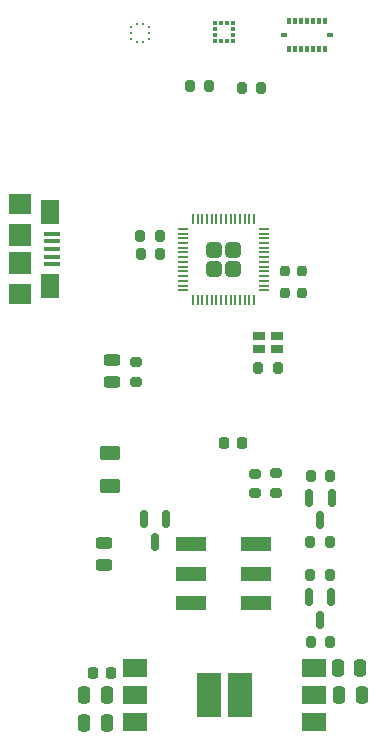
<source format=gbr>
%TF.GenerationSoftware,KiCad,Pcbnew,7.0.5*%
%TF.CreationDate,2023-08-27T23:52:23-07:00*%
%TF.ProjectId,Lyra V2,4c797261-2056-4322-9e6b-696361645f70,rev?*%
%TF.SameCoordinates,Original*%
%TF.FileFunction,Paste,Top*%
%TF.FilePolarity,Positive*%
%FSLAX46Y46*%
G04 Gerber Fmt 4.6, Leading zero omitted, Abs format (unit mm)*
G04 Created by KiCad (PCBNEW 7.0.5) date 2023-08-27 23:52:23*
%MOMM*%
%LPD*%
G01*
G04 APERTURE LIST*
G04 Aperture macros list*
%AMRoundRect*
0 Rectangle with rounded corners*
0 $1 Rounding radius*
0 $2 $3 $4 $5 $6 $7 $8 $9 X,Y pos of 4 corners*
0 Add a 4 corners polygon primitive as box body*
4,1,4,$2,$3,$4,$5,$6,$7,$8,$9,$2,$3,0*
0 Add four circle primitives for the rounded corners*
1,1,$1+$1,$2,$3*
1,1,$1+$1,$4,$5*
1,1,$1+$1,$6,$7*
1,1,$1+$1,$8,$9*
0 Add four rect primitives between the rounded corners*
20,1,$1+$1,$2,$3,$4,$5,0*
20,1,$1+$1,$4,$5,$6,$7,0*
20,1,$1+$1,$6,$7,$8,$9,0*
20,1,$1+$1,$8,$9,$2,$3,0*%
G04 Aperture macros list end*
%ADD10RoundRect,0.050000X0.387500X-0.050000X0.387500X0.050000X-0.387500X0.050000X-0.387500X-0.050000X0*%
%ADD11RoundRect,0.050000X0.050000X-0.387500X0.050000X0.387500X-0.050000X0.387500X-0.050000X-0.387500X0*%
%ADD12RoundRect,0.249999X0.395001X-0.395001X0.395001X0.395001X-0.395001X0.395001X-0.395001X-0.395001X0*%
%ADD13RoundRect,0.200000X0.200000X0.275000X-0.200000X0.275000X-0.200000X-0.275000X0.200000X-0.275000X0*%
%ADD14RoundRect,0.243750X0.456250X-0.243750X0.456250X0.243750X-0.456250X0.243750X-0.456250X-0.243750X0*%
%ADD15R,0.250000X0.275000*%
%ADD16R,0.275000X0.250000*%
%ADD17RoundRect,0.150000X-0.150000X0.587500X-0.150000X-0.587500X0.150000X-0.587500X0.150000X0.587500X0*%
%ADD18RoundRect,0.225000X0.225000X0.250000X-0.225000X0.250000X-0.225000X-0.250000X0.225000X-0.250000X0*%
%ADD19R,2.000000X1.500000*%
%ADD20R,2.000000X3.800000*%
%ADD21R,0.375000X0.350000*%
%ADD22R,0.350000X0.375000*%
%ADD23RoundRect,0.243750X-0.456250X0.243750X-0.456250X-0.243750X0.456250X-0.243750X0.456250X0.243750X0*%
%ADD24RoundRect,0.200000X-0.200000X-0.275000X0.200000X-0.275000X0.200000X0.275000X-0.200000X0.275000X0*%
%ADD25RoundRect,0.250000X-0.250000X-0.475000X0.250000X-0.475000X0.250000X0.475000X-0.250000X0.475000X0*%
%ADD26R,2.500000X1.200000*%
%ADD27RoundRect,0.200000X0.275000X-0.200000X0.275000X0.200000X-0.275000X0.200000X-0.275000X-0.200000X0*%
%ADD28RoundRect,0.200000X0.200000X0.250000X-0.200000X0.250000X-0.200000X-0.250000X0.200000X-0.250000X0*%
%ADD29R,0.350000X0.590000*%
%ADD30R,0.590000X0.350000*%
%ADD31RoundRect,0.250000X0.250000X0.475000X-0.250000X0.475000X-0.250000X-0.475000X0.250000X-0.475000X0*%
%ADD32R,1.000000X0.800000*%
%ADD33R,1.900000X1.800000*%
%ADD34R,1.900000X1.900000*%
%ADD35R,1.600000X2.100000*%
%ADD36R,1.350000X0.400000*%
%ADD37RoundRect,0.250000X0.625000X-0.375000X0.625000X0.375000X-0.625000X0.375000X-0.625000X-0.375000X0*%
%ADD38RoundRect,0.200000X-0.275000X0.200000X-0.275000X-0.200000X0.275000X-0.200000X0.275000X0.200000X0*%
G04 APERTURE END LIST*
D10*
%TO.C,U6*%
X116484400Y-98697600D03*
X116484400Y-98297600D03*
X116484400Y-97897600D03*
X116484400Y-97497600D03*
X116484400Y-97097600D03*
X116484400Y-96697600D03*
X116484400Y-96297600D03*
X116484400Y-95897600D03*
X116484400Y-95497600D03*
X116484400Y-95097600D03*
X116484400Y-94697600D03*
X116484400Y-94297600D03*
X116484400Y-93897600D03*
X116484400Y-93497600D03*
D11*
X117321900Y-92660100D03*
X117721900Y-92660100D03*
X118121900Y-92660100D03*
X118521900Y-92660100D03*
X118921900Y-92660100D03*
X119321900Y-92660100D03*
X119721900Y-92660100D03*
X120121900Y-92660100D03*
X120521900Y-92660100D03*
X120921900Y-92660100D03*
X121321900Y-92660100D03*
X121721900Y-92660100D03*
X122121900Y-92660100D03*
X122521900Y-92660100D03*
D10*
X123359400Y-93497600D03*
X123359400Y-93897600D03*
X123359400Y-94297600D03*
X123359400Y-94697600D03*
X123359400Y-95097600D03*
X123359400Y-95497600D03*
X123359400Y-95897600D03*
X123359400Y-96297600D03*
X123359400Y-96697600D03*
X123359400Y-97097600D03*
X123359400Y-97497600D03*
X123359400Y-97897600D03*
X123359400Y-98297600D03*
X123359400Y-98697600D03*
D11*
X122521900Y-99535100D03*
X122121900Y-99535100D03*
X121721900Y-99535100D03*
X121321900Y-99535100D03*
X120921900Y-99535100D03*
X120521900Y-99535100D03*
X120121900Y-99535100D03*
X119721900Y-99535100D03*
X119321900Y-99535100D03*
X118921900Y-99535100D03*
X118521900Y-99535100D03*
X118121900Y-99535100D03*
X117721900Y-99535100D03*
X117321900Y-99535100D03*
D12*
X120721900Y-95297600D03*
X119121900Y-95297600D03*
X120721900Y-96897600D03*
X119121900Y-96897600D03*
%TD*%
D13*
%TO.C,R12*%
X124523000Y-105308400D03*
X122873000Y-105308400D03*
%TD*%
D14*
%TO.C,D1*%
X109825000Y-121987500D03*
X109825000Y-120112500D03*
%TD*%
D15*
%TO.C,U4*%
X113137500Y-76137500D03*
X112637500Y-76137500D03*
D16*
X112125000Y-76400000D03*
X112125000Y-76900000D03*
X112125000Y-77400000D03*
D15*
X112637500Y-77662500D03*
X113137500Y-77662500D03*
D16*
X113650000Y-77400000D03*
X113650000Y-76900000D03*
X113650000Y-76400000D03*
%TD*%
D17*
%TO.C,Q3*%
X129050000Y-124700000D03*
X127150000Y-124700000D03*
X128100000Y-126575000D03*
%TD*%
D18*
%TO.C,C14*%
X121475800Y-111633000D03*
X119925800Y-111633000D03*
%TD*%
D19*
%TO.C,U1*%
X112400000Y-130650000D03*
X112400000Y-132950000D03*
D20*
X118700000Y-132950000D03*
D19*
X112400000Y-135250000D03*
%TD*%
D21*
%TO.C,U3*%
X119225000Y-76100000D03*
X119225000Y-76600000D03*
X119225000Y-77100000D03*
X119225000Y-77600000D03*
D22*
X119737500Y-77612500D03*
X120237500Y-77612500D03*
D21*
X120750000Y-77600000D03*
X120750000Y-77100000D03*
X120750000Y-76600000D03*
X120750000Y-76100000D03*
D22*
X120237500Y-76087500D03*
X119737500Y-76087500D03*
%TD*%
D23*
%TO.C,D2*%
X110439200Y-104624900D03*
X110439200Y-106499900D03*
%TD*%
D24*
%TO.C,R2*%
X127300000Y-114400000D03*
X128950000Y-114400000D03*
%TD*%
D25*
%TO.C,C4*%
X129600000Y-130650000D03*
X131500000Y-130650000D03*
%TD*%
D13*
%TO.C,R4*%
X128900000Y-119975000D03*
X127250000Y-119975000D03*
%TD*%
D26*
%TO.C,SW1*%
X122650000Y-125200000D03*
X122650000Y-122700000D03*
X122650000Y-120200000D03*
X117150000Y-120200000D03*
X117150000Y-122700000D03*
X117150000Y-125200000D03*
%TD*%
D27*
%TO.C,R10*%
X124325000Y-115850000D03*
X124325000Y-114200000D03*
%TD*%
D24*
%TO.C,R3*%
X127250000Y-122800000D03*
X128900000Y-122800000D03*
%TD*%
D28*
%TO.C,X1*%
X126568200Y-98903400D03*
X126568200Y-97053400D03*
X125118200Y-97053400D03*
X125118200Y-98903400D03*
%TD*%
D17*
%TO.C,Q1*%
X115075000Y-118100000D03*
X113175000Y-118100000D03*
X114125000Y-119975000D03*
%TD*%
D13*
%TO.C,R18*%
X123100600Y-81534000D03*
X121450600Y-81534000D03*
%TD*%
D19*
%TO.C,U2*%
X127600000Y-135250000D03*
X127600000Y-132950000D03*
D20*
X121300000Y-132950000D03*
D19*
X127600000Y-130650000D03*
%TD*%
D25*
%TO.C,C8*%
X129725000Y-132975000D03*
X131625000Y-132975000D03*
%TD*%
D29*
%TO.C,U7*%
X128500000Y-78265000D03*
X128000000Y-78265000D03*
X127500000Y-78265000D03*
X127000000Y-78265000D03*
X126500000Y-78265000D03*
X126000000Y-78265000D03*
X125500000Y-78265000D03*
D30*
X125085000Y-77100000D03*
D29*
X125500000Y-75935000D03*
X126000000Y-75935000D03*
X126500000Y-75935000D03*
X127000000Y-75935000D03*
X127500000Y-75935000D03*
X128000000Y-75935000D03*
X128500000Y-75935000D03*
D30*
X128915000Y-77100000D03*
%TD*%
D27*
%TO.C,R1*%
X112539200Y-106424900D03*
X112539200Y-104774900D03*
%TD*%
D18*
%TO.C,C3*%
X110400000Y-131075000D03*
X108850000Y-131075000D03*
%TD*%
D31*
%TO.C,C2*%
X110050000Y-132950000D03*
X108150000Y-132950000D03*
%TD*%
D24*
%TO.C,R17*%
X117056400Y-81432400D03*
X118706400Y-81432400D03*
%TD*%
D32*
%TO.C,D3*%
X124434600Y-103690600D03*
X122934600Y-103690600D03*
X122934600Y-102590600D03*
X124434600Y-102590600D03*
%TD*%
D33*
%TO.C,J1*%
X102707600Y-99000400D03*
D34*
X102707600Y-96400400D03*
X102707600Y-94000400D03*
D33*
X102707600Y-91400400D03*
D35*
X105257600Y-98300400D03*
X105257600Y-92100400D03*
D36*
X105382600Y-96500400D03*
X105382600Y-95850400D03*
X105382600Y-95200400D03*
X105382600Y-94550400D03*
X105382600Y-93900400D03*
%TD*%
D24*
%TO.C,R15*%
X112913200Y-95643600D03*
X114563200Y-95643600D03*
%TD*%
D31*
%TO.C,C1*%
X110050000Y-135300000D03*
X108150000Y-135300000D03*
%TD*%
D37*
%TO.C,F1*%
X110275000Y-115250000D03*
X110275000Y-112450000D03*
%TD*%
D17*
%TO.C,Q2*%
X129075000Y-116275000D03*
X127175000Y-116275000D03*
X128125000Y-118150000D03*
%TD*%
D13*
%TO.C,R5*%
X128950000Y-128475000D03*
X127300000Y-128475000D03*
%TD*%
%TO.C,R16*%
X114540800Y-94081600D03*
X112890800Y-94081600D03*
%TD*%
D38*
%TO.C,R11*%
X122575000Y-114225000D03*
X122575000Y-115875000D03*
%TD*%
M02*

</source>
